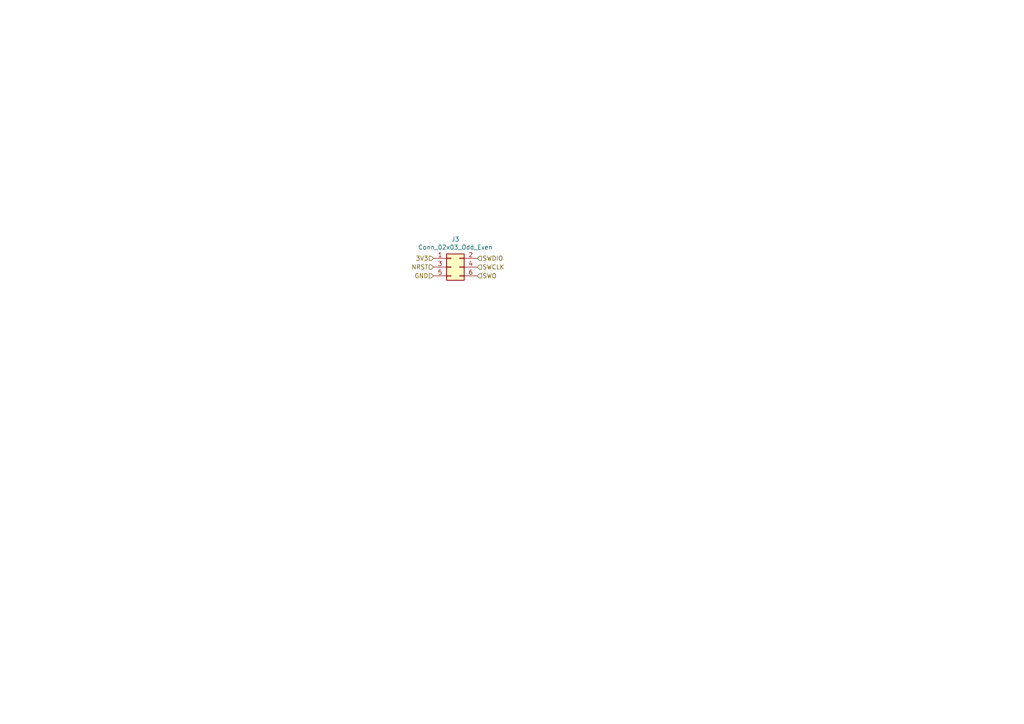
<source format=kicad_sch>
(kicad_sch (version 20231120) (generator "eeschema") (generator_version "8.0")
  (paper "A4")
  (lib_symbols
    (symbol "Connector_Generic:Conn_02x03_Odd_Even" (pin_names (offset 1.016) hide)
      (property "Reference" "J" (at 1.27 5.08 0))
      (property "Value" "Conn_02x03_Odd_Even" (at 1.27 -5.08 0))
      (symbol "Conn_02x03_Odd_Even_1_1"
        (rectangle (start -1.27 -2.413) (end 0 -2.667) (stroke (width 0.1524)))
        (rectangle (start -1.27 0.127) (end 0 -0.127) (stroke (width 0.1524)))
        (rectangle (start -1.27 2.667) (end 0 2.413) (stroke (width 0.1524)))
        (rectangle (start -1.27 3.81) (end 3.81 -3.81) (stroke (width 0.254)) (fill (type background)))
        (rectangle (start 3.81 -2.413) (end 2.54 -2.667) (stroke (width 0.1524)))
        (rectangle (start 3.81 0.127) (end 2.54 -0.127) (stroke (width 0.1524)))
        (rectangle (start 3.81 2.667) (end 2.54 2.413) (stroke (width 0.1524)))
        (pin passive line (at -5.08 2.54 0) (length 3.81) (name "Pin_1") (number "1"))
        (pin passive line (at 7.62 2.54 180) (length 3.81) (name "Pin_2") (number "2"))
        (pin passive line (at -5.08 0 0) (length 3.81) (name "Pin_3") (number "3"))
        (pin passive line (at 7.62 0 180) (length 3.81) (name "Pin_4") (number "4"))
        (pin passive line (at -5.08 -2.54 0) (length 3.81) (name "Pin_5") (number "5"))
        (pin passive line (at 7.62 -2.54 180) (length 3.81) (name "Pin_6") (number "6"))
      )
    )
  )
  (hierarchical_label "3V3" (shape input) (at 125.73 74.93 180))
  (hierarchical_label "NRST" (shape input) (at 125.73 77.47 180))
  (hierarchical_label "SWDIO" (shape input) (at 138.43 74.93 0))
  (hierarchical_label "SWO" (shape input) (at 138.43 80.01 0))
  (hierarchical_label "GND" (shape input) (at 125.73 80.01 180))
  (hierarchical_label "SWCLK" (shape input) (at 138.43 77.47 0))
  (symbol (lib_id "Connector_Generic:Conn_02x03_Odd_Even") (at 130.81 77.47 0) (unit 1)
    (property "Reference" "J3" (at 132.08 69.4182 0))
    (property "Value" "Conn_02x03_Odd_Even" (at 132.08 71.7296 0))
    (property "Footprint" "Connector:Tag-Connect_TC2030-IDC-FP_2x03_P1.27mm_Vertical" (effects (hide yes)))
  )
)
</source>
